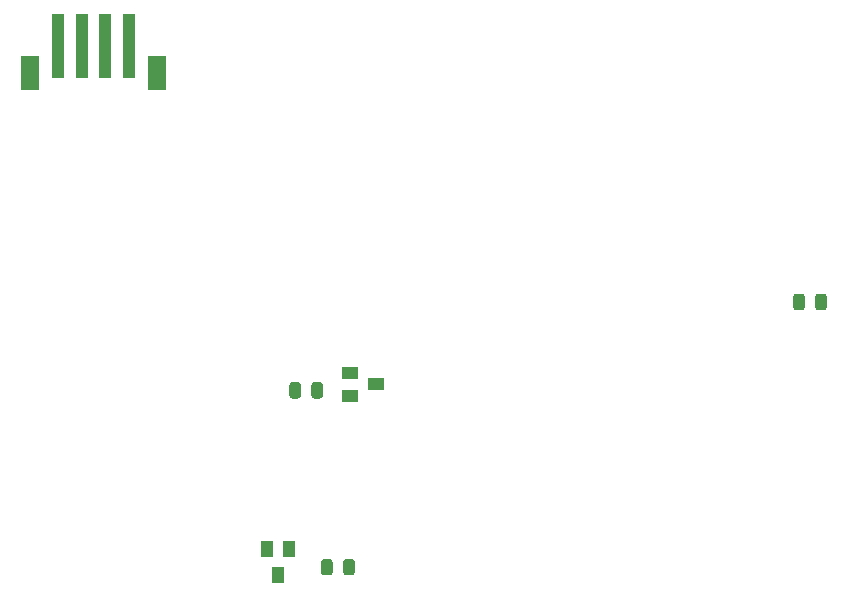
<source format=gbr>
G04 #@! TF.GenerationSoftware,KiCad,Pcbnew,(5.1.6-0-10_14)*
G04 #@! TF.CreationDate,2020-09-03T10:58:02-04:00*
G04 #@! TF.ProjectId,Pufferfish-Interface-2,50756666-6572-4666-9973-682d496e7465,rev?*
G04 #@! TF.SameCoordinates,Original*
G04 #@! TF.FileFunction,Paste,Bot*
G04 #@! TF.FilePolarity,Positive*
%FSLAX46Y46*%
G04 Gerber Fmt 4.6, Leading zero omitted, Abs format (unit mm)*
G04 Created by KiCad (PCBNEW (5.1.6-0-10_14)) date 2020-09-03 10:58:02*
%MOMM*%
%LPD*%
G01*
G04 APERTURE LIST*
%ADD10R,1.400000X1.000000*%
%ADD11R,1.000000X1.400000*%
%ADD12R,1.000000X5.500000*%
%ADD13R,1.600000X3.000000*%
G04 APERTURE END LIST*
G36*
G01*
X57540000Y-26736250D02*
X57540000Y-25823750D01*
G75*
G02*
X57783750Y-25580000I243750J0D01*
G01*
X58271250Y-25580000D01*
G75*
G02*
X58515000Y-25823750I0J-243750D01*
G01*
X58515000Y-26736250D01*
G75*
G02*
X58271250Y-26980000I-243750J0D01*
G01*
X57783750Y-26980000D01*
G75*
G02*
X57540000Y-26736250I0J243750D01*
G01*
G37*
G36*
G01*
X55665000Y-26736250D02*
X55665000Y-25823750D01*
G75*
G02*
X55908750Y-25580000I243750J0D01*
G01*
X56396250Y-25580000D01*
G75*
G02*
X56640000Y-25823750I0J-243750D01*
G01*
X56640000Y-26736250D01*
G75*
G02*
X56396250Y-26980000I-243750J0D01*
G01*
X55908750Y-26980000D01*
G75*
G02*
X55665000Y-26736250I0J243750D01*
G01*
G37*
D10*
X20376060Y-33258760D03*
X18176060Y-32308760D03*
X18176060Y-34208760D03*
D11*
X12070120Y-49355100D03*
X13020120Y-47155100D03*
X11120120Y-47155100D03*
G36*
G01*
X13987600Y-33307970D02*
X13987600Y-34220470D01*
G75*
G02*
X13743850Y-34464220I-243750J0D01*
G01*
X13256350Y-34464220D01*
G75*
G02*
X13012600Y-34220470I0J243750D01*
G01*
X13012600Y-33307970D01*
G75*
G02*
X13256350Y-33064220I243750J0D01*
G01*
X13743850Y-33064220D01*
G75*
G02*
X13987600Y-33307970I0J-243750D01*
G01*
G37*
G36*
G01*
X15862600Y-33307970D02*
X15862600Y-34220470D01*
G75*
G02*
X15618850Y-34464220I-243750J0D01*
G01*
X15131350Y-34464220D01*
G75*
G02*
X14887600Y-34220470I0J243750D01*
G01*
X14887600Y-33307970D01*
G75*
G02*
X15131350Y-33064220I243750J0D01*
G01*
X15618850Y-33064220D01*
G75*
G02*
X15862600Y-33307970I0J-243750D01*
G01*
G37*
G36*
G01*
X17574680Y-49191230D02*
X17574680Y-48278730D01*
G75*
G02*
X17818430Y-48034980I243750J0D01*
G01*
X18305930Y-48034980D01*
G75*
G02*
X18549680Y-48278730I0J-243750D01*
G01*
X18549680Y-49191230D01*
G75*
G02*
X18305930Y-49434980I-243750J0D01*
G01*
X17818430Y-49434980D01*
G75*
G02*
X17574680Y-49191230I0J243750D01*
G01*
G37*
G36*
G01*
X15699680Y-49191230D02*
X15699680Y-48278730D01*
G75*
G02*
X15943430Y-48034980I243750J0D01*
G01*
X16430930Y-48034980D01*
G75*
G02*
X16674680Y-48278730I0J-243750D01*
G01*
X16674680Y-49191230D01*
G75*
G02*
X16430930Y-49434980I-243750J0D01*
G01*
X15943430Y-49434980D01*
G75*
G02*
X15699680Y-49191230I0J243750D01*
G01*
G37*
D12*
X-4573780Y-4645660D03*
X-2573780Y-4645660D03*
X-6573780Y-4645660D03*
X-573780Y-4645660D03*
D13*
X-8973780Y-6895660D03*
X1826220Y-6895660D03*
M02*

</source>
